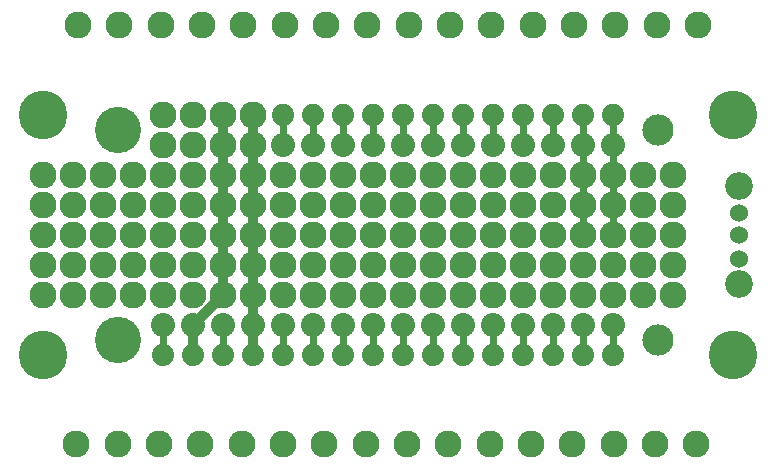
<source format=gbr>
G04 EAGLE Gerber RS-274X export*
G75*
%MOMM*%
%FSLAX34Y34*%
%LPD*%
%INSoldermask Bottom*%
%IPPOS*%
%AMOC8*
5,1,8,0,0,1.08239X$1,22.5*%
G01*
%ADD10C,0.812800*%
%ADD11C,0.609600*%
%ADD12C,2.641600*%
%ADD13C,3.911600*%
%ADD14C,1.879600*%
%ADD15C,2.032000*%
%ADD16C,2.286000*%
%ADD17C,4.117600*%
%ADD18C,1.524000*%
%ADD19C,2.351600*%


D10*
X-139700Y102235D02*
X-139700Y-50800D01*
D11*
X-139700Y-52070D01*
D10*
X-114300Y-69850D02*
X-114300Y102870D01*
D11*
X-190500Y-76200D02*
X-190500Y-101600D01*
D10*
X-165100Y-101600D02*
X-165100Y-76200D01*
D11*
X-139700Y-76200D02*
X-139700Y-101600D01*
D10*
X-114300Y-104140D02*
X-114300Y-76200D01*
D11*
X-88900Y-76200D02*
X-88900Y-101600D01*
X-63500Y-101600D02*
X-63500Y-76200D01*
X-38100Y-76200D02*
X-38100Y-101600D01*
X-12700Y-101600D02*
X-12700Y-76200D01*
X12700Y-76200D02*
X12700Y-101600D01*
X38100Y-101600D02*
X38100Y-73660D01*
X63500Y-76200D02*
X63500Y-101600D01*
X139700Y-101600D02*
X139700Y-76200D01*
X165100Y-76200D02*
X165100Y-101600D01*
X190500Y-101600D02*
X190500Y-76200D01*
X114300Y-76200D02*
X114300Y-101600D01*
X88900Y-101600D02*
X88900Y-76200D01*
X190500Y0D02*
X190500Y101600D01*
X165100Y101600D02*
X165100Y2540D01*
X139700Y76200D02*
X139700Y104140D01*
X114300Y101600D02*
X114300Y76200D01*
X88900Y73660D02*
X88900Y104140D01*
X63500Y101600D02*
X63500Y76200D01*
X38100Y76200D02*
X38100Y104140D01*
X12700Y104140D02*
X12700Y76200D01*
X-12700Y76200D02*
X-12700Y104140D01*
X-38100Y104140D02*
X-38100Y76200D01*
X-63500Y73660D02*
X-63500Y104140D01*
X-88900Y104140D02*
X-88900Y76200D01*
D10*
X-139700Y-50800D02*
X-165100Y-76200D01*
D12*
X228600Y88900D03*
X228600Y-88900D03*
D13*
X-228600Y88900D03*
X-228600Y-88900D03*
D14*
X-88900Y101600D03*
X-63500Y101600D03*
X-38100Y101600D03*
X-12700Y101600D03*
X12700Y101600D03*
X38100Y101600D03*
X63500Y101600D03*
X88900Y101600D03*
X114300Y101600D03*
X139700Y101600D03*
X165100Y101600D03*
X190500Y101600D03*
X-88900Y-101600D03*
X-63500Y-101600D03*
X-38100Y-101600D03*
X-12700Y-101600D03*
X12700Y-101600D03*
X38100Y-101600D03*
X63500Y-101600D03*
X88900Y-101600D03*
X114300Y-101600D03*
X139700Y-101600D03*
X165100Y-101600D03*
X190500Y-101600D03*
X-114300Y-101600D03*
X-139700Y-101600D03*
X-165100Y-101600D03*
X-190500Y-101600D03*
D15*
X190500Y-76200D03*
X165100Y-76200D03*
X139700Y-76200D03*
X114300Y-76200D03*
X88900Y-76200D03*
X63500Y-76200D03*
X38100Y-76200D03*
X12700Y-76200D03*
X-12700Y-76200D03*
X-38100Y-76200D03*
X-63500Y-76200D03*
X-88900Y-76200D03*
X-114300Y-76200D03*
X-139700Y-76200D03*
X-165100Y-76200D03*
X-190500Y-76200D03*
X-88900Y76200D03*
X-63500Y76200D03*
X-38100Y76200D03*
X-12700Y76200D03*
X12700Y76200D03*
X38100Y76200D03*
X63500Y76200D03*
X88900Y76200D03*
X114300Y76200D03*
X139700Y76200D03*
X165100Y76200D03*
X190500Y76200D03*
D16*
X-228660Y-176960D03*
X-263660Y-176960D03*
X261340Y-176960D03*
X226340Y-176960D03*
X-262400Y178400D03*
X-227400Y178400D03*
X227600Y178400D03*
X262600Y178400D03*
X-123660Y-176960D03*
X-158660Y-176960D03*
X-193660Y-176960D03*
X-18660Y-176960D03*
X-53660Y-176960D03*
X-88660Y-176960D03*
X86340Y-176960D03*
X51340Y-176960D03*
X16340Y-176960D03*
X191340Y-176960D03*
X156340Y-176960D03*
X121340Y-176960D03*
X-192400Y178400D03*
X-157400Y178400D03*
X-122400Y178400D03*
X-87400Y178400D03*
X-52400Y178400D03*
X-17400Y178400D03*
X17600Y178400D03*
X52600Y178400D03*
X87600Y178400D03*
X122600Y178400D03*
X157600Y178400D03*
X192600Y178400D03*
D17*
X-292100Y101600D03*
X-292100Y-101600D03*
X292100Y-101600D03*
X292100Y101600D03*
D18*
X297180Y0D03*
D19*
X297180Y42000D03*
X297180Y-41000D03*
D18*
X297180Y-20000D03*
X297180Y19000D03*
D16*
X-114300Y-50800D03*
X-114300Y-25400D03*
X-114300Y0D03*
X-114300Y25400D03*
X-114300Y50800D03*
X-114300Y76200D03*
X-114300Y101600D03*
X-139700Y-50800D03*
X-139700Y-25400D03*
X-139700Y0D03*
X-139700Y25400D03*
X-139700Y50800D03*
X-139700Y76200D03*
X-139700Y101600D03*
X165100Y0D03*
X165100Y50800D03*
X165100Y25400D03*
X190500Y50800D03*
X190500Y25400D03*
X190500Y0D03*
X-165100Y101600D03*
X-165100Y76200D03*
X-190500Y76200D03*
X-190500Y101600D03*
X-190500Y50800D03*
X-215900Y50800D03*
X-241300Y50800D03*
X-266700Y50800D03*
X-292100Y50800D03*
X-266700Y25400D03*
X-292100Y25400D03*
X-266700Y0D03*
X-292100Y0D03*
X-266700Y-25400D03*
X-292100Y-25400D03*
X-266700Y-50800D03*
X-292100Y-50800D03*
X-241300Y25400D03*
X-215900Y25400D03*
X-190500Y25400D03*
X-190500Y0D03*
X-215900Y0D03*
X-241300Y0D03*
X-241300Y-25400D03*
X-215900Y-25400D03*
X-190500Y-25400D03*
X-190500Y-50800D03*
X-215900Y-50800D03*
X-241300Y-50800D03*
X-165100Y-50800D03*
X-165100Y-25400D03*
X-165100Y0D03*
X-165100Y25400D03*
X-165100Y50800D03*
X-88900Y50800D03*
X-63500Y50800D03*
X-38100Y50800D03*
X-88900Y25400D03*
X-88900Y0D03*
X-88900Y-25400D03*
X-88900Y-50800D03*
X-63500Y-50800D03*
X-63500Y-25400D03*
X-63500Y0D03*
X-63500Y25400D03*
X-38100Y25400D03*
X-38100Y0D03*
X-38100Y-25400D03*
X-38100Y-50800D03*
X-12700Y-50800D03*
X-12700Y-25400D03*
X-12700Y50800D03*
X-12700Y25400D03*
X-12700Y0D03*
X12700Y-50800D03*
X12700Y-25400D03*
X12700Y0D03*
X12700Y25400D03*
X12700Y50800D03*
X38100Y50800D03*
X38100Y25400D03*
X38100Y0D03*
X38100Y-25400D03*
X38100Y-50800D03*
X63500Y-50800D03*
X63500Y-25400D03*
X63500Y0D03*
X63500Y25400D03*
X63500Y50800D03*
X88900Y50800D03*
X88900Y25400D03*
X88900Y0D03*
X88900Y-25400D03*
X88900Y-50800D03*
X114300Y-50800D03*
X114300Y-25400D03*
X114300Y0D03*
X114300Y25400D03*
X114300Y50800D03*
X139700Y50800D03*
X139700Y25400D03*
X139700Y0D03*
X139700Y-25400D03*
X139700Y-50800D03*
X165100Y-50800D03*
X165100Y-25400D03*
X190500Y-50800D03*
X190500Y-25400D03*
X215900Y50800D03*
X241300Y50800D03*
X241300Y25400D03*
X241300Y0D03*
X241300Y-25400D03*
X241300Y-50800D03*
X215900Y-50800D03*
X215900Y-25400D03*
X215900Y0D03*
X215900Y25400D03*
M02*

</source>
